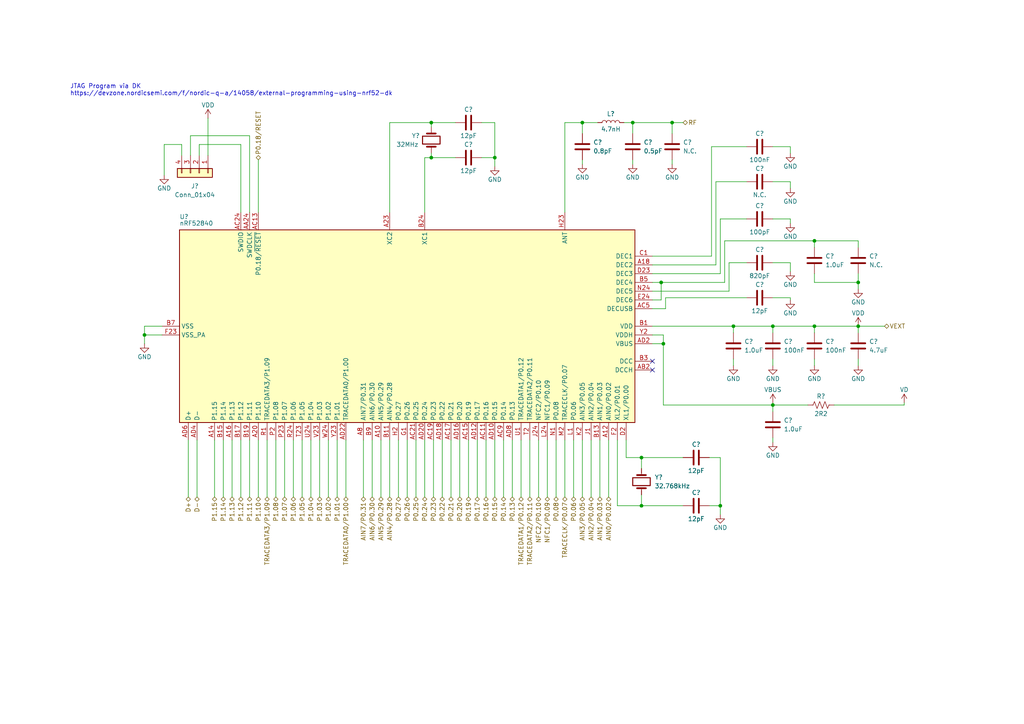
<source format=kicad_sch>
(kicad_sch (version 20211123) (generator eeschema)
  (paper "A4")
  (lib_symbols
    (symbol "Connector_Generic:Conn_01x04" (pin_names (offset 1.016) hide)
      (property "Reference" "J" (at 0 5.08 0))
      (property "Value" "Conn_01x04" (at 0 -7.62 0))
      (symbol "Conn_01x04_1_1"
        (rectangle (start -1.27 -4.953) (end 0 -5.207) (stroke (width 0.1524)))
        (rectangle (start -1.27 -2.413) (end 0 -2.667) (stroke (width 0.1524)))
        (rectangle (start -1.27 0.127) (end 0 -0.127) (stroke (width 0.1524)))
        (rectangle (start -1.27 2.667) (end 0 2.413) (stroke (width 0.1524)))
        (rectangle (start -1.27 3.81) (end 1.27 -6.35) (stroke (width 0.254)) (fill (type background)))
        (pin passive line (at -5.08 2.54 0) (length 3.81) (name "Pin_1") (number "1"))
        (pin passive line (at -5.08 0 0) (length 3.81) (name "Pin_2") (number "2"))
        (pin passive line (at -5.08 -2.54 0) (length 3.81) (name "Pin_3") (number "3"))
        (pin passive line (at -5.08 -5.08 0) (length 3.81) (name "Pin_4") (number "4"))
      )
    )
    (symbol "Device:C" (pin_numbers hide) (pin_names (offset 0.254))
      (property "Reference" "C" (at 0.635 2.54 0))
      (property "Value" "C" (at 0.635 -2.54 0))
      (symbol "C_0_1"
        (polyline (pts (xy -2.032 -0.762) (xy 2.032 -0.762)) (stroke (width 0.508)))
        (polyline (pts (xy -2.032 0.762) (xy 2.032 0.762)) (stroke (width 0.508)))
      )
      (symbol "C_1_1"
        (pin passive line (at 0 3.81 270) (length 2.794) (name "~") (number "1"))
        (pin passive line (at 0 -3.81 90) (length 2.794) (name "~") (number "2"))
      )
    )
    (symbol "Device:Crystal" (pin_numbers hide) (pin_names (offset 1.016) hide)
      (property "Reference" "Y" (at 0 3.81 0))
      (property "Value" "Crystal" (at 0 -3.81 0))
      (symbol "Crystal_0_1"
        (rectangle (start -1.143 2.54) (end 1.143 -2.54) (stroke (width 0.3048)))
        (polyline (pts (xy -2.54 0) (xy -1.905 0)))
        (polyline (pts (xy -1.905 -1.27) (xy -1.905 1.27)) (stroke (width 0.508)))
        (polyline (pts (xy 1.905 -1.27) (xy 1.905 1.27)) (stroke (width 0.508)))
        (polyline (pts (xy 2.54 0) (xy 1.905 0)))
      )
      (symbol "Crystal_1_1"
        (pin passive line (at -3.81 0 0) (length 1.27) (name "1") (number "1"))
        (pin passive line (at 3.81 0 180) (length 1.27) (name "2") (number "2"))
      )
    )
    (symbol "Device:L" (pin_numbers hide) (pin_names (offset 1.016) hide)
      (property "Reference" "L" (at -1.27 0 90))
      (property "Value" "L" (at 1.905 0 90))
      (symbol "L_0_1"
        (arc (start 0 -2.54) (mid 0.635 -1.905) (end 0 -1.27))
        (arc (start 0 -1.27) (mid 0.635 -0.635) (end 0 0))
        (arc (start 0 0) (mid 0.635 0.635) (end 0 1.27))
        (arc (start 0 1.27) (mid 0.635 1.905) (end 0 2.54))
      )
      (symbol "L_1_1"
        (pin passive line (at 0 3.81 270) (length 1.27) (name "1") (number "1"))
        (pin passive line (at 0 -3.81 90) (length 1.27) (name "2") (number "2"))
      )
    )
    (symbol "Device:R_US" (pin_numbers hide) (pin_names (offset 0))
      (property "Reference" "R" (at 2.54 0 90))
      (property "Value" "R_US" (at -2.54 0 90))
      (symbol "R_US_0_1"
        (polyline (pts (xy 0 -2.286) (xy 0 -2.54)))
        (polyline (pts (xy 0 2.286) (xy 0 2.54)))
        (polyline (pts (xy 0 -0.762) (xy 1.016 -1.143) (xy 0 -1.524) (xy -1.016 -1.905) (xy 0 -2.286)))
        (polyline (pts (xy 0 0.762) (xy 1.016 0.381) (xy 0 0) (xy -1.016 -0.381) (xy 0 -0.762)))
        (polyline (pts (xy 0 2.286) (xy 1.016 1.905) (xy 0 1.524) (xy -1.016 1.143) (xy 0 0.762)))
      )
      (symbol "R_US_1_1"
        (pin passive line (at 0 3.81 270) (length 1.27) (name "~") (number "1"))
        (pin passive line (at 0 -3.81 90) (length 1.27) (name "~") (number "2"))
      )
    )
    (symbol "MCU_Nordic:nRF52840"
      (property "Reference" "U" (at 0 5.08 0))
      (property "Value" "nRF52840" (at 0 2.54 0))
      (symbol "nRF52840_0_1"
        (rectangle (start -27.94 66.04) (end 27.94 -66.04) (stroke (width 0.254)) (fill (type background)))
      )
      (symbol "nRF52840_1_1"
        (pin bidirectional line (at 33.02 -7.62 180) (length 5.08) (name "AIN5/P0.29") (number "A10"))
        (pin bidirectional line (at 33.02 58.42 180) (length 5.08) (name "AIN0/P0.02") (number "A12"))
        (pin bidirectional line (at 33.02 -55.88 180) (length 5.08) (name "P1.15") (number "A14"))
        (pin bidirectional line (at 33.02 -50.8 180) (length 5.08) (name "P1.13") (number "A16"))
        (pin passive line (at -17.78 71.12 270) (length 5.08) (name "DEC2") (number "A18"))
        (pin bidirectional line (at 33.02 -43.18 180) (length 5.08) (name "P1.10") (number "A20"))
        (pin passive line (at 0 71.12 270) (length 5.08) hide (name "VDD") (number "A22"))
        (pin input line (at -33.02 -5.08 0) (length 5.08) (name "XC2") (number "A23"))
        (pin bidirectional line (at 33.02 -12.7 180) (length 5.08) (name "AIN7/P0.31") (number "A8"))
        (pin input line (at -33.02 -45.72 0) (length 5.08) (name "SWDCLK") (number "AA24"))
        (pin power_out line (at 12.7 71.12 270) (length 5.08) (name "DCCH") (number "AB2"))
        (pin bidirectional line (at 33.02 22.86 180) (length 5.08) (name "P0.16") (number "AC11"))
        (pin bidirectional line (at -33.02 -43.18 0) (length 5.08) (name "P0.18/~{RESET}") (number "AC13"))
        (pin bidirectional line (at 33.02 17.78 180) (length 5.08) (name "P0.19") (number "AC15"))
        (pin bidirectional line (at 33.02 12.7 180) (length 5.08) (name "P0.21") (number "AC17"))
        (pin bidirectional line (at 33.02 7.62 180) (length 5.08) (name "P0.23") (number "AC19"))
        (pin bidirectional line (at 33.02 2.54 180) (length 5.08) (name "P0.25") (number "AC21"))
        (pin bidirectional line (at -33.02 -48.26 0) (length 5.08) (name "SWDIO") (number "AC24"))
        (pin passive line (at -5.08 71.12 270) (length 5.08) (name "DECUSB") (number "AC5"))
        (pin bidirectional line (at 33.02 27.94 180) (length 5.08) (name "P0.14") (number "AC9"))
        (pin bidirectional line (at 33.02 25.4 180) (length 5.08) (name "P0.15") (number "AD10"))
        (pin bidirectional line (at 33.02 20.32 180) (length 5.08) (name "P0.17") (number "AD12"))
        (pin passive line (at 0 71.12 270) (length 5.08) hide (name "VDD") (number "AD14"))
        (pin bidirectional line (at 33.02 15.24 180) (length 5.08) (name "P0.20") (number "AD16"))
        (pin bidirectional line (at 33.02 10.16 180) (length 5.08) (name "P0.22") (number "AD18"))
        (pin power_in line (at 5.08 71.12 270) (length 5.08) (name "VBUS") (number "AD2"))
        (pin bidirectional line (at 33.02 5.08 180) (length 5.08) (name "P0.24") (number "AD20"))
        (pin bidirectional line (at 33.02 -17.78 180) (length 5.08) (name "TRACEDATA0/P1.00") (number "AD22"))
        (pin passive line (at 0 71.12 270) (length 5.08) hide (name "VDD") (number "AD23"))
        (pin bidirectional line (at 33.02 -60.96 180) (length 5.08) (name "D-") (number "AD4"))
        (pin bidirectional line (at 33.02 -63.5 180) (length 5.08) (name "D+") (number "AD6"))
        (pin bidirectional line (at 33.02 30.48 180) (length 5.08) (name "P0.13") (number "AD8"))
        (pin power_in line (at 0 71.12 270) (length 5.08) (name "VDD") (number "B1"))
        (pin bidirectional line (at 33.02 -5.08 180) (length 5.08) (name "AIN4/P0.28") (number "B11"))
        (pin bidirectional line (at 33.02 55.88 180) (length 5.08) (name "AIN1/P0.03") (number "B13"))
        (pin bidirectional line (at 33.02 -53.34 180) (length 5.08) (name "P1.14") (number "B15"))
        (pin bidirectional line (at 33.02 -48.26 180) (length 5.08) (name "P1.12") (number "B17"))
        (pin bidirectional line (at 33.02 -45.72 180) (length 5.08) (name "P1.11") (number "B19"))
        (pin input line (at -33.02 5.08 0) (length 5.08) (name "XC1") (number "B24"))
        (pin power_out line (at 10.16 71.12 270) (length 5.08) (name "DCC") (number "B3"))
        (pin passive line (at -12.7 71.12 270) (length 5.08) (name "DEC4") (number "B5"))
        (pin power_in line (at 0 -71.12 90) (length 5.08) (name "VSS") (number "B7"))
        (pin bidirectional line (at 33.02 -10.16 180) (length 5.08) (name "AIN6/P0.30") (number "B9"))
        (pin passive line (at -20.32 71.12 270) (length 5.08) (name "DEC1") (number "C1"))
        (pin bidirectional line (at 33.02 63.5 180) (length 5.08) (name "XL1/P0.00") (number "D2"))
        (pin passive line (at -15.24 71.12 270) (length 5.08) (name "DEC3") (number "D23"))
        (pin passive line (at -7.62 71.12 270) (length 5.08) (name "DEC6") (number "E24"))
        (pin passive line (at 0 -71.12 90) (length 5.08) hide (name "VSS") (number "EP"))
        (pin bidirectional line (at 33.02 60.96 180) (length 5.08) (name "XL2/P0.01") (number "F2"))
        (pin power_in line (at 2.54 -71.12 90) (length 5.08) (name "VSS_PA") (number "F23"))
        (pin bidirectional line (at 33.02 0 180) (length 5.08) (name "P0.26") (number "G1"))
        (pin bidirectional line (at 33.02 -2.54 180) (length 5.08) (name "P0.27") (number "H2"))
        (pin passive line (at -33.02 45.72 0) (length 5.08) (name "ANT") (number "H23"))
        (pin bidirectional line (at 33.02 53.34 180) (length 5.08) (name "AIN2/P0.04") (number "J1"))
        (pin bidirectional line (at 33.02 38.1 180) (length 5.08) (name "NFC2/P0.10") (number "J24"))
        (pin bidirectional line (at 33.02 50.8 180) (length 5.08) (name "AIN3/P0.05") (number "K2"))
        (pin bidirectional line (at 33.02 48.26 180) (length 5.08) (name "P0.06") (number "L1"))
        (pin bidirectional line (at 33.02 40.64 180) (length 5.08) (name "NFC1/P0.09") (number "L24"))
        (pin bidirectional line (at 33.02 45.72 180) (length 5.08) (name "TRACECLK/P0.07") (number "M2"))
        (pin bidirectional line (at 33.02 43.18 180) (length 5.08) (name "P0.08") (number "N1"))
        (pin passive line (at -10.16 71.12 270) (length 5.08) (name "DEC5") (number "N24"))
        (pin bidirectional line (at 33.02 -38.1 180) (length 5.08) (name "P1.08") (number "P2"))
        (pin bidirectional line (at 33.02 -35.56 180) (length 5.08) (name "P1.07") (number "P23"))
        (pin bidirectional line (at 33.02 -40.64 180) (length 5.08) (name "TRACEDATA3/P1.09") (number "R1"))
        (pin bidirectional line (at 33.02 -33.02 180) (length 5.08) (name "P1.06") (number "R24"))
        (pin bidirectional line (at 33.02 35.56 180) (length 5.08) (name "TRACEDATA2/P0.11") (number "T2"))
        (pin bidirectional line (at 33.02 -30.48 180) (length 5.08) (name "P1.05") (number "T23"))
        (pin bidirectional line (at 33.02 33.02 180) (length 5.08) (name "TRACEDATA1/P0.12") (number "U1"))
        (pin bidirectional line (at 33.02 -27.94 180) (length 5.08) (name "P1.04") (number "U24"))
        (pin bidirectional line (at 33.02 -25.4 180) (length 5.08) (name "P1.03") (number "V23"))
        (pin passive line (at 0 71.12 270) (length 5.08) hide (name "VDD") (number "W1"))
        (pin bidirectional line (at 33.02 -22.86 180) (length 5.08) (name "P1.02") (number "W24"))
        (pin power_in line (at 2.54 71.12 270) (length 5.08) (name "VDDH") (number "Y2"))
        (pin bidirectional line (at 33.02 -20.32 180) (length 5.08) (name "P1.01") (number "Y23"))
      )
    )
    (symbol "power:GND" (power) (pin_names (offset 0))
      (property "Value" "GND" (at 0 -3.81 0))
      (symbol "GND_0_1"
        (polyline (pts (xy 0 0) (xy 0 -1.27) (xy 1.27 -1.27) (xy 0 -2.54) (xy -1.27 -1.27) (xy 0 -1.27)))
      )
      (symbol "GND_1_1"
        (pin power_in line (at 0 0 270) (length 0) hide (name "GND") (number "1"))
      )
    )
    (symbol "power:VBUS" (power) (pin_names (offset 0))
      (property "Value" "VBUS" (at 0 3.81 0))
      (symbol "VBUS_0_1"
        (polyline (pts (xy -0.762 1.27) (xy 0 2.54)))
        (polyline (pts (xy 0 0) (xy 0 2.54)))
        (polyline (pts (xy 0 2.54) (xy 0.762 1.27)))
      )
      (symbol "VBUS_1_1"
        (pin power_in line (at 0 0 90) (length 0) hide (name "VBUS") (number "1"))
      )
    )
    (symbol "power:VD" (power) (pin_names (offset 0))
      (property "Value" "VD" (at 0 3.81 0))
      (symbol "VD_0_1"
        (polyline (pts (xy -0.762 1.27) (xy 0 2.54)))
        (polyline (pts (xy 0 0) (xy 0 2.54)))
        (polyline (pts (xy 0 2.54) (xy 0.762 1.27)))
      )
      (symbol "VD_1_1"
        (pin power_in line (at 0 0 90) (length 0) hide (name "VD") (number "1"))
      )
    )
    (symbol "power:VDD" (power) (pin_names (offset 0))
      (property "Value" "VDD" (at 0 3.81 0))
      (symbol "VDD_0_1"
        (polyline (pts (xy -0.762 1.27) (xy 0 2.54)))
        (polyline (pts (xy 0 0) (xy 0 2.54)))
        (polyline (pts (xy 0 2.54) (xy 0.762 1.27)))
      )
      (symbol "VDD_1_1"
        (pin power_in line (at 0 0 90) (length 0) hide (name "VDD") (number "1"))
      )
    )
  )
  (junction (at 224.155 94.615))
  (junction (at 248.92 94.615))
  (junction (at 208.915 146.685))
  (junction (at 224.155 117.475))
  (junction (at 168.91 35.56))
  (junction (at 191.77 81.915))
  (junction (at 212.725 94.615))
  (junction (at 143.51 45.72))
  (junction (at 186.055 146.685))
  (junction (at 248.92 81.915))
  (junction (at 183.515 35.56))
  (junction (at 192.405 99.695))
  (junction (at 194.945 35.56))
  (junction (at 236.22 94.615))
  (junction (at 186.055 132.715))
  (junction (at 125.095 45.72))
  (junction (at 236.22 69.85))
  (junction (at 125.095 35.56))
  (junction (at 41.91 97.155))
  (no_connect (at 189.23 107.315))
  (no_connect (at 189.23 104.775))
  (wire (pts (xy 224.155 116.84) (xy 224.155 117.475)))
  (wire (pts (xy 189.23 86.995) (xy 191.77 86.995)))
  (wire (pts (xy 206.375 42.545) (xy 216.535 42.545)))
  (wire (pts (xy 128.27 127.635) (xy 128.27 144.145)))
  (wire (pts (xy 146.05 127.635) (xy 146.05 144.145)))
  (wire (pts (xy 181.61 132.715) (xy 181.61 127.635)))
  (wire (pts (xy 205.74 132.715) (xy 208.915 132.715)))
  (wire (pts (xy 171.45 127.635) (xy 171.45 144.145)))
  (wire (pts (xy 193.04 86.36) (xy 216.535 86.36)))
  (wire (pts (xy 208.915 146.685) (xy 208.915 149.225)))
  (wire (pts (xy 248.92 81.915) (xy 248.92 83.82)))
  (wire (pts (xy 161.29 127.635) (xy 161.29 144.145)))
  (wire (pts (xy 208.915 63.5) (xy 208.915 79.375)))
  (wire (pts (xy 143.51 127.635) (xy 143.51 144.145)))
  (wire (pts (xy 97.79 127.635) (xy 97.79 144.145)))
  (wire (pts (xy 173.99 127.635) (xy 173.99 144.145)))
  (wire (pts (xy 194.945 46.355) (xy 194.945 47.625)))
  (wire (pts (xy 69.85 41.91) (xy 69.85 61.595)))
  (wire (pts (xy 123.19 127.635) (xy 123.19 144.145)))
  (wire (pts (xy 193.04 86.36) (xy 193.04 89.535)))
  (wire (pts (xy 181.61 132.715) (xy 186.055 132.715)))
  (wire (pts (xy 55.245 39.37) (xy 55.245 45.085)))
  (wire (pts (xy 189.23 99.695) (xy 192.405 99.695)))
  (wire (pts (xy 248.92 94.615) (xy 248.92 96.52)))
  (wire (pts (xy 143.51 45.72) (xy 143.51 48.26)))
  (wire (pts (xy 125.095 35.56) (xy 125.095 36.83)))
  (wire (pts (xy 41.91 94.615) (xy 46.99 94.615)))
  (wire (pts (xy 52.705 41.91) (xy 47.625 41.91)))
  (wire (pts (xy 87.63 127.635) (xy 87.63 144.145)))
  (wire (pts (xy 224.155 94.615) (xy 236.22 94.615)))
  (wire (pts (xy 82.55 127.635) (xy 82.55 144.145)))
  (wire (pts (xy 64.77 127.635) (xy 64.77 144.145)))
  (wire (pts (xy 130.81 127.635) (xy 130.81 144.145)))
  (wire (pts (xy 95.25 127.635) (xy 95.25 144.145)))
  (wire (pts (xy 248.92 79.375) (xy 248.92 81.915)))
  (wire (pts (xy 113.03 61.595) (xy 113.03 35.56)))
  (wire (pts (xy 69.85 41.91) (xy 57.785 41.91)))
  (wire (pts (xy 168.91 127.635) (xy 168.91 144.145)))
  (wire (pts (xy 107.95 127.635) (xy 107.95 144.145)))
  (wire (pts (xy 41.91 97.155) (xy 46.99 97.155)))
  (wire (pts (xy 74.93 127.635) (xy 74.93 144.145)))
  (wire (pts (xy 183.515 35.56) (xy 183.515 38.735)))
  (wire (pts (xy 198.12 35.56) (xy 194.945 35.56)))
  (wire (pts (xy 168.91 35.56) (xy 173.355 35.56)))
  (wire (pts (xy 236.22 79.375) (xy 236.22 81.915)))
  (wire (pts (xy 125.095 45.72) (xy 132.08 45.72)))
  (wire (pts (xy 57.785 41.91) (xy 57.785 45.085)))
  (wire (pts (xy 229.235 86.36) (xy 229.235 86.995)))
  (wire (pts (xy 125.095 35.56) (xy 132.08 35.56)))
  (wire (pts (xy 191.77 81.915) (xy 210.185 81.915)))
  (wire (pts (xy 92.71 127.635) (xy 92.71 144.145)))
  (wire (pts (xy 135.89 127.635) (xy 135.89 144.145)))
  (wire (pts (xy 224.155 119.38) (xy 224.155 117.475)))
  (wire (pts (xy 143.51 45.72) (xy 143.51 35.56)))
  (wire (pts (xy 212.725 104.14) (xy 212.725 106.045)))
  (wire (pts (xy 189.23 81.915) (xy 191.77 81.915)))
  (wire (pts (xy 186.055 132.715) (xy 186.055 135.89)))
  (wire (pts (xy 100.33 127.635) (xy 100.33 144.145)))
  (wire (pts (xy 85.09 127.635) (xy 85.09 144.145)))
  (wire (pts (xy 229.235 42.545) (xy 229.235 44.45)))
  (wire (pts (xy 120.65 127.635) (xy 120.65 144.145)))
  (wire (pts (xy 113.03 127.635) (xy 113.03 144.145)))
  (wire (pts (xy 207.645 52.705) (xy 207.645 76.835)))
  (wire (pts (xy 211.455 84.455) (xy 211.455 76.2)))
  (wire (pts (xy 189.23 89.535) (xy 193.04 89.535)))
  (wire (pts (xy 236.22 71.755) (xy 236.22 69.85)))
  (wire (pts (xy 189.23 94.615) (xy 212.725 94.615)))
  (wire (pts (xy 229.235 63.5) (xy 229.235 64.77)))
  (wire (pts (xy 212.725 94.615) (xy 224.155 94.615)))
  (wire (pts (xy 229.235 52.705) (xy 229.235 54.61)))
  (wire (pts (xy 183.515 35.56) (xy 194.945 35.56)))
  (wire (pts (xy 180.975 35.56) (xy 183.515 35.56)))
  (wire (pts (xy 236.22 94.615) (xy 236.22 96.52)))
  (wire (pts (xy 208.915 63.5) (xy 216.535 63.5)))
  (wire (pts (xy 183.515 46.355) (xy 183.515 47.625)))
  (wire (pts (xy 67.31 127.635) (xy 67.31 144.145)))
  (wire (pts (xy 47.625 41.91) (xy 47.625 50.8)))
  (wire (pts (xy 166.37 127.635) (xy 166.37 144.145)))
  (wire (pts (xy 189.23 97.155) (xy 192.405 97.155)))
  (wire (pts (xy 74.93 46.355) (xy 74.93 61.595)))
  (wire (pts (xy 163.83 127.635) (xy 163.83 144.145)))
  (wire (pts (xy 163.83 61.595) (xy 163.83 35.56)))
  (wire (pts (xy 186.055 132.715) (xy 198.12 132.715)))
  (wire (pts (xy 54.61 127.635) (xy 54.61 144.145)))
  (wire (pts (xy 179.07 146.685) (xy 186.055 146.685)))
  (wire (pts (xy 80.01 127.635) (xy 80.01 144.145)))
  (wire (pts (xy 224.155 42.545) (xy 229.235 42.545)))
  (wire (pts (xy 262.255 116.84) (xy 262.255 117.475)))
  (wire (pts (xy 224.155 104.14) (xy 224.155 106.045)))
  (wire (pts (xy 52.705 41.91) (xy 52.705 45.085)))
  (wire (pts (xy 224.155 127) (xy 224.155 128.27)))
  (wire (pts (xy 72.39 39.37) (xy 55.245 39.37)))
  (wire (pts (xy 158.75 127.635) (xy 158.75 144.145)))
  (wire (pts (xy 115.57 127.635) (xy 115.57 144.145)))
  (wire (pts (xy 192.405 99.695) (xy 192.405 117.475)))
  (wire (pts (xy 210.185 81.915) (xy 210.185 69.85)))
  (wire (pts (xy 189.23 84.455) (xy 211.455 84.455)))
  (wire (pts (xy 153.67 127.635) (xy 153.67 144.145)))
  (wire (pts (xy 156.21 127.635) (xy 156.21 144.145)))
  (wire (pts (xy 41.91 94.615) (xy 41.91 97.155)))
  (wire (pts (xy 140.97 127.635) (xy 140.97 144.145)))
  (wire (pts (xy 248.92 104.14) (xy 248.92 106.045)))
  (wire (pts (xy 176.53 127.635) (xy 176.53 144.145)))
  (wire (pts (xy 186.055 146.685) (xy 198.12 146.685)))
  (wire (pts (xy 133.35 127.635) (xy 133.35 144.145)))
  (wire (pts (xy 72.39 127.635) (xy 72.39 144.145)))
  (wire (pts (xy 163.83 35.56) (xy 168.91 35.56)))
  (wire (pts (xy 229.235 76.2) (xy 224.155 76.2)))
  (wire (pts (xy 236.22 69.85) (xy 248.92 69.85)))
  (wire (pts (xy 206.375 74.295) (xy 206.375 42.545)))
  (wire (pts (xy 113.03 35.56) (xy 125.095 35.56)))
  (wire (pts (xy 123.19 61.595) (xy 123.19 45.72)))
  (wire (pts (xy 211.455 76.2) (xy 216.535 76.2)))
  (wire (pts (xy 69.85 127.635) (xy 69.85 144.145)))
  (wire (pts (xy 210.185 69.85) (xy 236.22 69.85)))
  (wire (pts (xy 125.73 127.635) (xy 125.73 144.145)))
  (wire (pts (xy 212.725 94.615) (xy 212.725 96.52)))
  (wire (pts (xy 90.17 127.635) (xy 90.17 144.145)))
  (wire (pts (xy 179.07 146.685) (xy 179.07 127.635)))
  (wire (pts (xy 248.92 94.615) (xy 256.54 94.615)))
  (wire (pts (xy 77.47 127.635) (xy 77.47 144.145)))
  (wire (pts (xy 151.13 127.635) (xy 151.13 144.145)))
  (wire (pts (xy 224.155 94.615) (xy 224.155 96.52)))
  (wire (pts (xy 192.405 99.695) (xy 192.405 97.155)))
  (wire (pts (xy 194.945 35.56) (xy 194.945 38.735)))
  (wire (pts (xy 57.15 127.635) (xy 57.15 144.145)))
  (wire (pts (xy 207.645 76.835) (xy 189.23 76.835)))
  (wire (pts (xy 192.405 117.475) (xy 224.155 117.475)))
  (wire (pts (xy 143.51 35.56) (xy 139.7 35.56)))
  (wire (pts (xy 216.535 52.705) (xy 207.645 52.705)))
  (wire (pts (xy 224.155 86.36) (xy 229.235 86.36)))
  (wire (pts (xy 236.22 81.915) (xy 248.92 81.915)))
  (wire (pts (xy 224.155 63.5) (xy 229.235 63.5)))
  (wire (pts (xy 118.11 127.635) (xy 118.11 144.145)))
  (wire (pts (xy 224.155 117.475) (xy 234.315 117.475)))
  (wire (pts (xy 208.915 146.685) (xy 205.74 146.685)))
  (wire (pts (xy 236.22 94.615) (xy 248.92 94.615)))
  (wire (pts (xy 148.59 127.635) (xy 148.59 144.145)))
  (wire (pts (xy 236.22 104.14) (xy 236.22 106.045)))
  (wire (pts (xy 125.095 45.72) (xy 125.095 44.45)))
  (wire (pts (xy 143.51 45.72) (xy 139.7 45.72)))
  (wire (pts (xy 62.23 127.635) (xy 62.23 144.145)))
  (wire (pts (xy 241.935 117.475) (xy 262.255 117.475)))
  (wire (pts (xy 168.91 46.355) (xy 168.91 47.625)))
  (wire (pts (xy 168.91 35.56) (xy 168.91 38.735)))
  (wire (pts (xy 123.19 45.72) (xy 125.095 45.72)))
  (wire (pts (xy 189.23 79.375) (xy 208.915 79.375)))
  (wire (pts (xy 189.23 74.295) (xy 206.375 74.295)))
  (wire (pts (xy 72.39 39.37) (xy 72.39 61.595)))
  (wire (pts (xy 229.235 76.2) (xy 229.235 78.74)))
  (wire (pts (xy 208.915 132.715) (xy 208.915 146.685)))
  (wire (pts (xy 191.77 86.995) (xy 191.77 81.915)))
  (wire (pts (xy 138.43 127.635) (xy 138.43 144.145)))
  (wire (pts (xy 248.92 69.85) (xy 248.92 71.755)))
  (wire (pts (xy 60.325 34.29) (xy 60.325 45.085)))
  (wire (pts (xy 224.155 52.705) (xy 229.235 52.705)))
  (wire (pts (xy 41.91 97.155) (xy 41.91 99.695)))
  (wire (pts (xy 110.49 127.635) (xy 110.49 144.145)))
  (wire (pts (xy 105.41 127.635) (xy 105.41 144.145)))
  (wire (pts (xy 186.055 146.685) (xy 186.055 143.51)))
  (text "JTAG Program via DK\nhttps://devzone.nordicsemi.com/f/nordic-q-a/14058/external-programming-using-nrf52-dk" (at 20.32 27.94 0) (effects (font (size 1.27 1.27)) (justify left bottom)))
  (hierarchical_label "P1.02" (shape bidirectional) (at 95.25 144.145 270))
  (hierarchical_label "D+" (shape bidirectional) (at 54.61 144.145 270))
  (hierarchical_label "P1.13" (shape bidirectional) (at 67.31 144.145 270))
  (hierarchical_label "P0.20" (shape bidirectional) (at 133.35 144.145 270))
  (hierarchical_label "P1.03" (shape bidirectional) (at 92.71 144.145 270))
  (hierarchical_label "P1.08" (shape bidirectional) (at 80.01 144.145 270))
  (hierarchical_label "AIN0{slash}P0.02" (shape bidirectional) (at 176.53 144.145 270))
  (hierarchical_label "TRACEDATA1{slash}P0.12" (shape bidirectional) (at 151.13 144.145 270))
  (hierarchical_label "P1.06" (shape bidirectional) (at 85.09 144.145 270))
  (hierarchical_label "AIN7{slash}P0.31" (shape bidirectional) (at 105.41 144.145 270))
  (hierarchical_label "AIN5{slash}P0.29" (shape bidirectional) (at 110.49 144.145 270))
  (hierarchical_label "VEXT" (shape bidirectional) (at 256.54 94.615 0))
  (hierarchical_label "TRACECLK{slash}P0.07" (shape bidirectional) (at 163.83 144.145 270))
  (hierarchical_label "P1.05" (shape bidirectional) (at 87.63 144.145 270))
  (hierarchical_label "AIN4{slash}P0.28" (shape bidirectional) (at 113.03 144.145 270))
  (hierarchical_label "AIN3{slash}P0.05" (shape bidirectional) (at 168.91 144.145 270))
  (hierarchical_label "P1.04" (shape bidirectional) (at 90.17 144.145 270))
  (hierarchical_label "TRACEDATA2{slash}P0.11" (shape bidirectional) (at 153.67 144.145 270))
  (hierarchical_label "P0.13" (shape bidirectional) (at 148.59 144.145 270))
  (hierarchical_label "P0.06" (shape bidirectional) (at 166.37 144.145 270))
  (hierarchical_label "D-" (shape bidirectional) (at 57.15 144.145 270))
  (hierarchical_label "P0.17" (shape bidirectional) (at 138.43 144.145 270))
  (hierarchical_label "P0.24" (shape bidirectional) (at 123.19 144.145 270))
  (hierarchical_label "P0.16" (shape bidirectional) (at 140.97 144.145 270))
  (hierarchical_label "NFC1{slash}P0.09" (shape bidirectional) (at 158.75 144.145 270))
  (hierarchical_label "P1.14" (shape bidirectional) (at 64.77 144.145 270))
  (hierarchical_label "AIN2{slash}P0.04" (shape bidirectional) (at 171.45 144.145 270))
  (hierarchical_label "P0.25" (shape bidirectional) (at 120.65 144.145 270))
  (hierarchical_label "P0.14" (shape bidirectional) (at 146.05 144.145 270))
  (hierarchical_label "AIN6{slash}P0.30" (shape bidirectional) (at 107.95 144.145 270))
  (hierarchical_label "P0.23" (shape bidirectional) (at 125.73 144.145 270))
  (hierarchical_label "P0.08" (shape bidirectional) (at 161.29 144.145 270))
  (hierarchical_label "P1.12" (shape bidirectional) (at 69.85 144.145 270))
  (hierarchical_label "TRACEDATA0{slash}P1.00" (shape bidirectional) (at 100.33 144.145 270))
  (hierarchical_label "P0.15" (shape bidirectional) (at 143.51 144.145 270))
  (hierarchical_label "NFC2{slash}P0.10" (shape bidirectional) (at 156.21 144.145 270))
  (hierarchical_label "RF" (shape bidirectional) (at 198.12 35.56 0))
  (hierarchical_label "P0.19" (shape bidirectional) (at 135.89 144.145 270))
  (hierarchical_label "P1.10" (shape bidirectional) (at 74.93 144.145 270))
  (hierarchical_label "P1.07" (shape bidirectional) (at 82.55 144.145 270))
  (hierarchical_label "P1.15" (shape bidirectional) (at 62.23 144.145 270))
  (hierarchical_label "TRACEDATA3{slash}P1.09" (shape bidirectional) (at 77.47 144.145 270))
  (hierarchical_label "P1.11" (shape bidirectional) (at 72.39 144.145 270))
  (hierarchical_label "P0.22" (shape bidirectional) (at 128.27 144.145 270))
  (hierarchical_label "P0.26" (shape bidirectional) (at 118.11 144.145 270))
  (hierarchical_label "P1.01" (shape bidirectional) (at 97.79 144.145 270))
  (hierarchical_label "P0.18{slash}RESET" (shape bidirectional) (at 74.93 46.355 90))
  (hierarchical_label "P0.27" (shape bidirectional) (at 115.57 144.145 270))
  (hierarchical_label "AIN1{slash}P0.03" (shape bidirectional) (at 173.99 144.145 270))
  (hierarchical_label "P0.21" (shape bidirectional) (at 130.81 144.145 270))
  (symbol (lib_id "power:GND") (at 229.235 64.77 0) (unit 1)
    (property "Reference" "#PWR?" (effects hide))
    (property "Value" "GND" (at 229.235 68.58 0))
  )
  (symbol (lib_id "power:GND") (at 143.51 48.26 0) (unit 1)
    (property "Reference" "#PWR?" (effects hide))
    (property "Value" "GND" (at 143.51 52.07 0))
  )
  (symbol (lib_id "power:GND") (at 47.625 50.8 0) (unit 1)
    (property "Reference" "#PWR?" (effects hide))
    (property "Value" "GND" (at 47.625 54.61 0))
  )
  (symbol (lib_id "Device:C") (at 201.93 132.715 270) (unit 1)
    (property "Reference" "C?" (at 201.93 128.905 90))
    (property "Value" "12pF" (at 201.93 136.525 90))
  )
  (symbol (lib_id "Device:C") (at 236.22 100.33 0) (unit 1)
    (property "Reference" "C?" (at 239.395 99.0599 0) (effects (justify left)))
    (property "Value" "100nF" (at 239.395 101.5999 0) (effects (justify left)))
  )
  (symbol (lib_id "Device:Crystal") (at 125.095 40.64 270) (unit 1)
    (property "Reference" "Y?" (at 119.38 39.37 90) (effects (justify left)))
    (property "Value" "32MHz" (at 114.935 41.91 90) (effects (justify left)))
  )
  (symbol (lib_id "power:VDD") (at 248.92 94.615 0) (unit 1)
    (property "Reference" "#PWR?" (effects hide))
    (property "Value" "VDD" (at 248.92 90.805 0))
  )
  (symbol (lib_id "Device:C") (at 220.345 76.2 270) (unit 1)
    (property "Reference" "C?" (at 220.345 72.39 90))
    (property "Value" "820pF" (at 220.345 80.01 90))
  )
  (symbol (lib_id "Device:L") (at 177.165 35.56 90) (unit 1)
    (property "Reference" "L?" (at 177.165 33.02 90))
    (property "Value" "4.7nH" (at 177.165 37.465 90))
  )
  (symbol (lib_id "Device:C") (at 135.89 45.72 270) (unit 1)
    (property "Reference" "C?" (at 135.89 41.91 90))
    (property "Value" "12pF" (at 135.89 49.53 90))
  )
  (symbol (lib_id "power:GND") (at 224.155 128.27 0) (unit 1)
    (property "Reference" "#PWR?" (effects hide))
    (property "Value" "GND" (at 224.155 132.08 0))
  )
  (symbol (lib_id "power:GND") (at 248.92 106.045 0) (unit 1)
    (property "Reference" "#PWR?" (effects hide))
    (property "Value" "GND" (at 248.92 109.855 0))
  )
  (symbol (lib_id "power:GND") (at 224.155 106.045 0) (unit 1)
    (property "Reference" "#PWR?" (effects hide))
    (property "Value" "GND" (at 224.155 109.855 0))
  )
  (symbol (lib_id "power:GND") (at 183.515 47.625 0) (unit 1)
    (property "Reference" "#PWR?" (effects hide))
    (property "Value" "GND" (at 183.515 51.435 0))
  )
  (symbol (lib_id "Device:C") (at 248.92 75.565 0) (unit 1)
    (property "Reference" "C?" (at 252.095 74.2949 0) (effects (justify left)))
    (property "Value" "N.C." (at 252.095 76.8349 0) (effects (justify left)))
  )
  (symbol (lib_id "Device:C") (at 201.93 146.685 270) (unit 1)
    (property "Reference" "C?" (at 201.93 142.875 90))
    (property "Value" "12pF" (at 201.93 150.495 90))
  )
  (symbol (lib_id "power:GND") (at 229.235 86.995 0) (unit 1)
    (property "Reference" "#PWR?" (effects hide))
    (property "Value" "GND" (at 229.235 90.805 0))
  )
  (symbol (lib_id "power:GND") (at 229.235 78.74 0) (unit 1)
    (property "Reference" "#PWR?" (effects hide))
    (property "Value" "GND" (at 229.235 82.55 0))
  )
  (symbol (lib_id "Device:C") (at 220.345 42.545 270) (unit 1)
    (property "Reference" "C?" (at 220.345 38.735 90))
    (property "Value" "100nF" (at 220.345 46.355 90))
  )
  (symbol (lib_id "power:GND") (at 212.725 106.045 0) (unit 1)
    (property "Reference" "#PWR?" (effects hide))
    (property "Value" "GND" (at 212.725 109.855 0))
  )
  (symbol (lib_id "power:GND") (at 168.91 47.625 0) (unit 1)
    (property "Reference" "#PWR?" (effects hide))
    (property "Value" "GND" (at 168.91 51.435 0))
  )
  (symbol (lib_id "power:VDD") (at 60.325 34.29 0) (unit 1)
    (property "Reference" "#PWR?" (effects hide))
    (property "Value" "VDD" (at 60.325 30.48 0))
  )
  (symbol (lib_id "MCU_Nordic:nRF52840") (at 118.11 94.615 270) (unit 1)
    (property "Reference" "U?" (at 52.07 62.865 90) (effects (justify left)))
    (property "Value" "nRF52840" (at 52.07 64.77 90) (effects (justify left)))
    (property "Footprint" "Package_DFN_QFN:Nordic_AQFN-73-1EP_7x7mm_P0.5mm" (effects hide))
    (property "Datasheet" "http://infocenter.nordicsemi.com/topic/com.nordic.infocenter.nrf52/dita/nrf52/chips/nrf52840.html" (effects hide))
  )
  (symbol (lib_id "Device:C") (at 248.92 100.33 0) (unit 1)
    (property "Reference" "C?" (at 252.095 99.0599 0) (effects (justify left)))
    (property "Value" "4.7uF" (at 252.095 101.5999 0) (effects (justify left)))
  )
  (symbol (lib_id "power:GND") (at 229.235 54.61 0) (unit 1)
    (property "Reference" "#PWR?" (effects hide))
    (property "Value" "GND" (at 229.235 58.42 0))
  )
  (symbol (lib_id "power:GND") (at 208.915 149.225 0) (unit 1)
    (property "Reference" "#PWR?" (effects hide))
    (property "Value" "GND" (at 208.915 153.035 0))
  )
  (symbol (lib_id "Device:C") (at 220.345 86.36 270) (unit 1)
    (property "Reference" "C?" (at 220.345 82.55 90))
    (property "Value" "12pF" (at 220.345 90.17 90))
  )
  (symbol (lib_id "power:GND") (at 248.92 83.82 0) (unit 1)
    (property "Reference" "#PWR?" (effects hide))
    (property "Value" "GND" (at 248.92 87.63 0))
  )
  (symbol (lib_id "Connector_Generic:Conn_01x04") (at 57.785 50.165 270) (unit 1)
    (property "Reference" "J?" (at 56.515 53.975 90))
    (property "Value" "Conn_01x04" (at 56.515 56.515 90))
  )
  (symbol (lib_id "Device:C") (at 224.155 123.19 0) (unit 1)
    (property "Reference" "C?" (at 227.33 121.9199 0) (effects (justify left)))
    (property "Value" "1.0uF" (at 227.33 124.4599 0) (effects (justify left)))
  )
  (symbol (lib_id "power:GND") (at 229.235 44.45 0) (unit 1)
    (property "Reference" "#PWR?" (effects hide))
    (property "Value" "GND" (at 229.235 48.26 0))
  )
  (symbol (lib_id "Device:C") (at 168.91 42.545 0) (unit 1)
    (property "Reference" "C?" (at 172.085 41.2749 0) (effects (justify left)))
    (property "Value" "0.8pF" (at 172.085 43.8149 0) (effects (justify left)))
  )
  (symbol (lib_id "power:GND") (at 41.91 99.695 0) (unit 1)
    (property "Reference" "#PWR?" (effects hide))
    (property "Value" "GND" (at 41.91 103.505 0))
  )
  (symbol (lib_id "power:VBUS") (at 224.155 116.84 0) (unit 1)
    (property "Reference" "#PWR?" (effects hide))
    (property "Value" "VBUS" (at 224.155 113.03 0))
  )
  (symbol (lib_id "Device:Crystal") (at 186.055 139.7 90) (unit 1)
    (property "Reference" "Y?" (at 189.865 138.4299 90) (effects (justify right)))
    (property "Value" "32.768kHz" (at 189.865 140.9699 90) (effects (justify right)))
  )
  (symbol (lib_id "power:VD") (at 262.255 116.84 0) (unit 1)
    (property "Reference" "#PWR?" (effects hide))
    (property "Value" "VD" (at 262.255 113.03 0))
  )
  (symbol (lib_id "Device:C") (at 236.22 75.565 0) (unit 1)
    (property "Reference" "C?" (at 239.395 74.2949 0) (effects (justify left)))
    (property "Value" "1.0uF" (at 239.395 76.8349 0) (effects (justify left)))
  )
  (symbol (lib_id "Device:C") (at 224.155 100.33 0) (unit 1)
    (property "Reference" "C?" (at 227.33 99.0599 0) (effects (justify left)))
    (property "Value" "100nF" (at 227.33 101.5999 0) (effects (justify left)))
  )
  (symbol (lib_id "Device:C") (at 183.515 42.545 0) (unit 1)
    (property "Reference" "C?" (at 186.69 41.2749 0) (effects (justify left)))
    (property "Value" "0.5pF" (at 186.69 43.8149 0) (effects (justify left)))
  )
  (symbol (lib_id "Device:R_US") (at 238.125 117.475 90) (unit 1)
    (property "Reference" "R?" (at 238.125 114.935 90))
    (property "Value" "2R2" (at 238.125 120.015 90))
  )
  (symbol (lib_id "power:GND") (at 194.945 47.625 0) (unit 1)
    (property "Reference" "#PWR?" (effects hide))
    (property "Value" "GND" (at 194.945 51.435 0))
  )
  (symbol (lib_id "Device:C") (at 220.345 63.5 270) (unit 1)
    (property "Reference" "C?" (at 220.345 59.69 90))
    (property "Value" "100pF" (at 220.345 67.31 90))
  )
  (symbol (lib_id "power:GND") (at 236.22 106.045 0) (unit 1)
    (property "Reference" "#PWR?" (effects hide))
    (property "Value" "GND" (at 236.22 109.855 0))
  )
  (symbol (lib_id "Device:C") (at 194.945 42.545 0) (unit 1)
    (property "Reference" "C?" (at 198.12 41.2749 0) (effects (justify left)))
    (property "Value" "N.C." (at 198.12 43.8149 0) (effects (justify left)))
  )
  (symbol (lib_id "Device:C") (at 135.89 35.56 270) (unit 1)
    (property "Reference" "C?" (at 135.89 31.75 90))
    (property "Value" "12pF" (at 135.89 39.37 90))
  )
  (symbol (lib_id "Device:C") (at 212.725 100.33 0) (unit 1)
    (property "Reference" "C?" (at 215.9 99.0599 0) (effects (justify left)))
    (property "Value" "1.0uF" (at 215.9 101.5999 0) (effects (justify left)))
  )
  (symbol (lib_id "Device:C") (at 220.345 52.705 270) (unit 1)
    (property "Reference" "C?" (at 220.345 48.895 90))
    (property "Value" "N.C." (at 220.345 56.515 90))
  )
)
</source>
